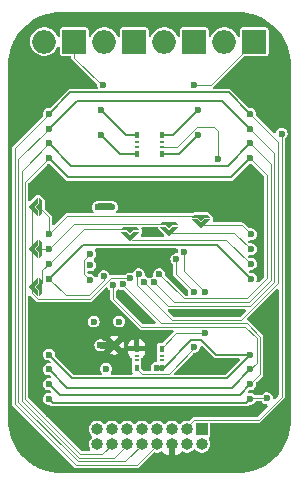
<source format=gbl>
G04 #@! TF.GenerationSoftware,KiCad,Pcbnew,8.0.1*
G04 #@! TF.CreationDate,2024-09-18T22:43:32-06:00*
G04 #@! TF.ProjectId,semg,73656d67-2e6b-4696-9361-645f70636258,rev?*
G04 #@! TF.SameCoordinates,Original*
G04 #@! TF.FileFunction,Copper,L4,Bot*
G04 #@! TF.FilePolarity,Positive*
%FSLAX46Y46*%
G04 Gerber Fmt 4.6, Leading zero omitted, Abs format (unit mm)*
G04 Created by KiCad (PCBNEW 8.0.1) date 2024-09-18 22:43:32*
%MOMM*%
%LPD*%
G01*
G04 APERTURE LIST*
G04 Aperture macros list*
%AMFreePoly0*
4,1,18,0.017678,0.267678,0.260356,0.025000,0.750000,0.025000,0.767678,0.017678,0.775000,0.000000,0.767678,-0.017678,0.517678,-0.267678,0.500000,-0.275000,-0.500000,-0.275000,-0.517678,-0.267678,-0.767678,-0.017678,-0.775000,0.000000,-0.767678,0.017678,-0.750000,0.025000,-0.260356,0.025000,-0.017678,0.267678,0.000000,0.275000,0.017678,0.267678,0.017678,0.267678,$1*%
%AMFreePoly1*
4,1,17,0.017678,0.287678,0.767678,-0.462322,0.775000,-0.480000,0.767678,-0.497678,0.750000,-0.505000,0.325000,-0.505000,0.307322,-0.497678,0.000000,-0.190356,-0.307322,-0.497678,-0.325000,-0.505000,-0.750000,-0.505000,-0.767678,-0.497678,-0.775000,-0.480000,-0.767678,-0.462322,-0.017678,0.287678,0.000000,0.295000,0.017678,0.287678,0.017678,0.287678,$1*%
G04 Aperture macros list end*
G04 #@! TA.AperFunction,EtchedComponent*
%ADD10C,0.000000*%
G04 #@! TD*
G04 #@! TA.AperFunction,ComponentPad*
%ADD11R,2.000000X2.000000*%
G04 #@! TD*
G04 #@! TA.AperFunction,ComponentPad*
%ADD12O,2.000000X2.000000*%
G04 #@! TD*
G04 #@! TA.AperFunction,ComponentPad*
%ADD13C,0.600000*%
G04 #@! TD*
G04 #@! TA.AperFunction,ComponentPad*
%ADD14R,1.000000X1.000000*%
G04 #@! TD*
G04 #@! TA.AperFunction,ComponentPad*
%ADD15O,1.000000X1.000000*%
G04 #@! TD*
G04 #@! TA.AperFunction,SMDPad,CuDef*
%ADD16FreePoly0,90.000000*%
G04 #@! TD*
G04 #@! TA.AperFunction,SMDPad,CuDef*
%ADD17FreePoly1,90.000000*%
G04 #@! TD*
G04 #@! TA.AperFunction,SMDPad,CuDef*
%ADD18FreePoly0,180.000000*%
G04 #@! TD*
G04 #@! TA.AperFunction,SMDPad,CuDef*
%ADD19FreePoly1,180.000000*%
G04 #@! TD*
G04 #@! TA.AperFunction,SMDPad,CuDef*
%ADD20R,0.380000X0.620000*%
G04 #@! TD*
G04 #@! TA.AperFunction,SMDPad,CuDef*
%ADD21R,0.380000X0.240000*%
G04 #@! TD*
G04 #@! TA.AperFunction,ViaPad*
%ADD22C,0.600000*%
G04 #@! TD*
G04 #@! TA.AperFunction,Conductor*
%ADD23C,0.100000*%
G04 #@! TD*
G04 #@! TA.AperFunction,Conductor*
%ADD24C,0.180000*%
G04 #@! TD*
G04 #@! TA.AperFunction,Conductor*
%ADD25C,0.200000*%
G04 #@! TD*
G04 APERTURE END LIST*
D10*
G04 #@! TA.AperFunction,EtchedComponent*
G36*
X63200000Y-31350000D02*
G01*
X62000000Y-31350000D01*
X62000000Y-30750000D01*
X63200000Y-30750000D01*
X63200000Y-31350000D01*
G37*
G04 #@! TD.AperFunction*
G04 #@! TA.AperFunction,EtchedComponent*
G36*
X63400000Y-43050000D02*
G01*
X62200000Y-43050000D01*
X62200000Y-42450000D01*
X63400000Y-42450000D01*
X63400000Y-43050000D01*
G37*
G04 #@! TD.AperFunction*
D11*
X75250000Y-17050000D03*
D12*
X72710000Y-17050000D03*
D11*
X70170000Y-17050000D03*
D12*
X67630000Y-17050000D03*
D11*
X65090000Y-17050000D03*
D12*
X62550000Y-17050000D03*
D11*
X60010000Y-17050000D03*
D12*
X57470000Y-17050000D03*
D13*
X63200000Y-31050000D03*
X62000000Y-31050000D03*
D14*
X70810000Y-49875000D03*
D15*
X70810000Y-51145000D03*
X69540000Y-49875000D03*
X69540000Y-51145000D03*
X68270000Y-49875000D03*
X68270000Y-51145000D03*
X67000000Y-49875000D03*
X67000000Y-51145000D03*
X65730000Y-49875000D03*
X65730000Y-51145000D03*
X64460000Y-49875000D03*
X64460000Y-51145000D03*
X63190000Y-49875000D03*
X63190000Y-51145000D03*
X61920000Y-49875000D03*
X61920000Y-51145000D03*
D13*
X63400000Y-42750000D03*
X62200000Y-42750000D03*
D16*
X57022500Y-34650000D03*
D17*
X56397500Y-34650000D03*
D18*
X64750000Y-33027500D03*
D19*
X64750000Y-33652500D03*
D20*
X65280000Y-44650000D03*
X67420000Y-44650000D03*
X65280000Y-43050000D03*
X67420000Y-43050000D03*
D21*
X65280000Y-44050000D03*
X67420000Y-44050000D03*
X65280000Y-43650000D03*
X67420000Y-43650000D03*
D20*
X65280000Y-26550000D03*
X67420000Y-26550000D03*
X65280000Y-24950000D03*
X67420000Y-24950000D03*
D21*
X65280000Y-25950000D03*
X67420000Y-25950000D03*
X65280000Y-25550000D03*
X67420000Y-25550000D03*
D18*
X68050000Y-32600000D03*
D19*
X68050000Y-33225000D03*
D16*
X57022500Y-31050000D03*
D17*
X56397500Y-31050000D03*
D18*
X70750000Y-31977500D03*
D19*
X70750000Y-32602500D03*
D16*
X57022500Y-37800000D03*
D17*
X56397500Y-37800000D03*
D22*
X74900000Y-47300000D03*
X76300000Y-47250000D03*
X57850000Y-47300000D03*
X61350000Y-37250000D03*
X61350000Y-35025000D03*
X76750000Y-41700000D03*
X76750000Y-50400000D03*
X57850000Y-48550000D03*
X65400000Y-40130000D03*
X76750000Y-21325000D03*
X56392881Y-41700000D03*
X62900000Y-36050000D03*
X74900000Y-48450000D03*
X56000000Y-50400000D03*
X66450000Y-33250000D03*
X62150000Y-29475000D03*
X57450000Y-28775000D03*
X69300000Y-39975000D03*
X75350000Y-28750000D03*
X70347195Y-43661708D03*
X56000000Y-21325000D03*
X67000000Y-44650000D03*
X57850000Y-43550000D03*
X74900000Y-43550000D03*
X62450000Y-20750000D03*
X70150000Y-20750000D03*
X74900000Y-23175000D03*
X57850000Y-23175000D03*
X65450000Y-36740000D03*
X64739256Y-37107217D03*
X74900000Y-24425000D03*
X57850000Y-24425000D03*
X65888687Y-37408998D03*
X66789081Y-37426403D03*
X57850000Y-25675000D03*
X74900000Y-25675000D03*
X57850000Y-44800000D03*
X74900000Y-44800000D03*
X63302031Y-37700000D03*
X64100000Y-37600000D03*
X74900000Y-46050000D03*
X57850000Y-46050000D03*
X70450000Y-22850000D03*
X62250000Y-22850000D03*
X70450000Y-24950000D03*
X62250000Y-24950000D03*
X70150000Y-38250000D03*
X70173483Y-42880793D03*
X68650000Y-35464579D03*
X71050000Y-38250000D03*
X71050000Y-41750000D03*
X69250000Y-34850000D03*
X74900000Y-26925000D03*
X67200000Y-36740000D03*
X57850000Y-26925000D03*
X62492303Y-36912319D03*
X74950000Y-37125000D03*
X57850000Y-37125000D03*
X62700000Y-44750000D03*
X63800000Y-40750000D03*
X61350000Y-35975000D03*
X61650000Y-40750000D03*
X57850000Y-33375000D03*
X57850000Y-34625000D03*
X57850000Y-35875000D03*
X77550000Y-24850000D03*
X72200001Y-26960000D03*
X74950000Y-35875000D03*
X74950000Y-33375000D03*
X74950000Y-34625000D03*
D23*
X62375000Y-52000000D02*
X63280000Y-51095000D01*
X60522182Y-52000000D02*
X62375000Y-52000000D01*
X55842881Y-47320699D02*
X60522182Y-52000000D01*
X55842881Y-28932119D02*
X55842881Y-47320699D01*
X57850000Y-26925000D02*
X55842881Y-28932119D01*
X63345000Y-52300000D02*
X64550000Y-51095000D01*
X60397918Y-52300000D02*
X63345000Y-52300000D01*
X55542881Y-27982119D02*
X55542881Y-47444963D01*
X55542881Y-47444963D02*
X60397918Y-52300000D01*
X57850000Y-25675000D02*
X55542881Y-27982119D01*
X55242881Y-47569227D02*
X60273654Y-52600000D01*
X55242881Y-27032119D02*
X55242881Y-47569227D01*
X57850000Y-24425000D02*
X55242881Y-27032119D01*
X60273654Y-52600000D02*
X64315000Y-52600000D01*
X64315000Y-52600000D02*
X65820000Y-51095000D01*
X65285000Y-52900000D02*
X67090000Y-51095000D01*
X60149390Y-52900000D02*
X65285000Y-52900000D01*
X54942881Y-47693491D02*
X60149390Y-52900000D01*
X54942881Y-26082119D02*
X54942881Y-47693491D01*
X57850000Y-23175000D02*
X54942881Y-26082119D01*
X74950000Y-47250000D02*
X74900000Y-47300000D01*
D24*
X58200000Y-47650000D02*
X74550000Y-47650000D01*
X57850000Y-47300000D02*
X58200000Y-47650000D01*
X74550000Y-47650000D02*
X74900000Y-47300000D01*
D23*
X76300000Y-47250000D02*
X74950000Y-47250000D01*
X61350000Y-35025000D02*
X60800000Y-35575000D01*
X60800000Y-35575000D02*
X60800000Y-36700000D01*
X60800000Y-36700000D02*
X61350000Y-37250000D01*
D25*
X68360000Y-51095000D02*
X68360000Y-52460000D01*
X68360000Y-52460000D02*
X68600000Y-52700000D01*
D24*
X57850000Y-48550000D02*
X74800000Y-48550000D01*
X74800000Y-48550000D02*
X74900000Y-48450000D01*
X70756406Y-42290793D02*
X69919207Y-42290793D01*
X72900000Y-45550000D02*
X74900000Y-43550000D01*
X74900000Y-43550000D02*
X72015613Y-43550000D01*
X72015613Y-43550000D02*
X70756406Y-42290793D01*
X57850000Y-43550000D02*
X59850000Y-45550000D01*
X67560000Y-44650000D02*
X67420000Y-44650000D01*
X69919207Y-42290793D02*
X67560000Y-44650000D01*
X59850000Y-45550000D02*
X72900000Y-45550000D01*
D23*
X62350000Y-20750000D02*
X60010000Y-18410000D01*
X60010000Y-18410000D02*
X60010000Y-17050000D01*
X62450000Y-20750000D02*
X62350000Y-20750000D01*
X70150000Y-20750000D02*
X71550000Y-20750000D01*
X71550000Y-20750000D02*
X75250000Y-17050000D01*
X65450000Y-36740000D02*
X65338687Y-36851313D01*
D24*
X59675000Y-21350000D02*
X73075000Y-21350000D01*
X73075000Y-21350000D02*
X74900000Y-23175000D01*
D23*
X74148528Y-40600000D02*
X77250000Y-37498528D01*
X65338687Y-36851313D02*
X65338687Y-37636816D01*
X77250000Y-25525000D02*
X74900000Y-23175000D01*
X65338687Y-37636816D02*
X68301871Y-40600000D01*
X68301871Y-40600000D02*
X74148528Y-40600000D01*
X77250000Y-37498528D02*
X77250000Y-25525000D01*
D24*
X57850000Y-23175000D02*
X59675000Y-21350000D01*
D23*
X56397500Y-34650000D02*
X56397500Y-37800000D01*
D24*
X56400000Y-37802500D02*
X56397500Y-37800000D01*
D23*
X64682039Y-37050000D02*
X64739256Y-37107217D01*
X56904607Y-38834619D02*
X61365381Y-38834619D01*
X56397500Y-31050000D02*
X56397500Y-34650000D01*
D24*
X64739256Y-37107217D02*
X64642039Y-37010000D01*
D23*
X63150000Y-37050000D02*
X64682039Y-37050000D01*
X56397500Y-38327512D02*
X56904607Y-38834619D01*
X56397500Y-37800000D02*
X56397500Y-38327512D01*
X61365381Y-38834619D02*
X63150000Y-37050000D01*
D24*
X72525000Y-22050000D02*
X74900000Y-24425000D01*
D23*
X74899264Y-39425000D02*
X76950000Y-37374264D01*
X76950000Y-26475000D02*
X74900000Y-24425000D01*
X76950000Y-37374264D02*
X76950000Y-26475000D01*
X65888687Y-37408998D02*
X67904689Y-39425000D01*
X67904689Y-39425000D02*
X74899264Y-39425000D01*
D24*
X60225000Y-22050000D02*
X72525000Y-22050000D01*
X57850000Y-24425000D02*
X60225000Y-22050000D01*
D23*
X74800000Y-39100000D02*
X76650000Y-37250000D01*
X76650000Y-27425000D02*
X74900000Y-25675000D01*
D24*
X73025000Y-27550000D02*
X74900000Y-25675000D01*
D23*
X76650000Y-37250000D02*
X76650000Y-27425000D01*
X68462678Y-39100000D02*
X74800000Y-39100000D01*
D24*
X57850000Y-25675000D02*
X59725000Y-27550000D01*
D23*
X66789081Y-37426403D02*
X68462678Y-39100000D01*
D24*
X59725000Y-27550000D02*
X73025000Y-27550000D01*
D23*
X63302031Y-38809849D02*
X65692182Y-41200000D01*
D24*
X59400000Y-46350000D02*
X73350000Y-46350000D01*
X57850000Y-44800000D02*
X59400000Y-46350000D01*
D23*
X75450000Y-42174264D02*
X75450000Y-44250000D01*
X63302031Y-37700000D02*
X63302031Y-38809849D01*
X74475736Y-41200000D02*
X75450000Y-42174264D01*
X75450000Y-44250000D02*
X74900000Y-44800000D01*
D24*
X73350000Y-46350000D02*
X74900000Y-44800000D01*
D23*
X65692182Y-41200000D02*
X74475736Y-41200000D01*
D24*
X74000000Y-46950000D02*
X74900000Y-46050000D01*
D23*
X64100000Y-37636847D02*
X67363153Y-40900000D01*
X75750000Y-45200000D02*
X74900000Y-46050000D01*
X67363153Y-40900000D02*
X74600000Y-40900000D01*
D24*
X58750000Y-46950000D02*
X74000000Y-46950000D01*
D23*
X64100000Y-37600000D02*
X64100000Y-37636847D01*
X75750000Y-42050000D02*
X75750000Y-45200000D01*
D24*
X57850000Y-46050000D02*
X58750000Y-46950000D01*
D23*
X74600000Y-40900000D02*
X75750000Y-42050000D01*
D24*
X70450000Y-22850000D02*
X68350000Y-24950000D01*
X68350000Y-24950000D02*
X67420000Y-24950000D01*
X64350000Y-24950000D02*
X65280000Y-24950000D01*
X62250000Y-22850000D02*
X64350000Y-24950000D01*
X70450000Y-24950000D02*
X68850000Y-26550000D01*
X68850000Y-26550000D02*
X67420000Y-26550000D01*
X62250000Y-24950000D02*
X63850000Y-26550000D01*
X63850000Y-26550000D02*
X65280000Y-26550000D01*
D23*
X67990000Y-45210000D02*
X65770000Y-45210000D01*
X70173483Y-42880793D02*
X70173483Y-43026517D01*
X68650000Y-35464579D02*
X68650000Y-36750000D01*
X70173483Y-43026517D02*
X67990000Y-45210000D01*
X65770000Y-45210000D02*
X65210000Y-44650000D01*
X68650000Y-36750000D02*
X70150000Y-38250000D01*
X71050000Y-41750000D02*
X68650000Y-41750000D01*
X69250000Y-34850000D02*
X69250000Y-36450000D01*
X68650000Y-41750000D02*
X67350000Y-43050000D01*
X69250000Y-36450000D02*
X71050000Y-38250000D01*
D24*
X73275000Y-28550000D02*
X74900000Y-26925000D01*
D23*
X76350000Y-37050000D02*
X76350000Y-28375000D01*
D24*
X59475000Y-28550000D02*
X73275000Y-28550000D01*
D23*
X76350000Y-28375000D02*
X74900000Y-26925000D01*
X67200000Y-36740000D02*
X69260000Y-38800000D01*
D24*
X57850000Y-26925000D02*
X59475000Y-28550000D01*
D23*
X69260000Y-38800000D02*
X74600000Y-38800000D01*
X74600000Y-38800000D02*
X76350000Y-37050000D01*
X59259619Y-38534619D02*
X57850000Y-37125000D01*
X62492303Y-36912319D02*
X62492303Y-37264644D01*
X61222328Y-38534619D02*
X59259619Y-38534619D01*
D24*
X72085000Y-34260000D02*
X74950000Y-37125000D01*
X57850000Y-37125000D02*
X60715000Y-34260000D01*
X60715000Y-34260000D02*
X72085000Y-34260000D01*
D23*
X62492303Y-37264644D02*
X61222328Y-38534619D01*
X57850000Y-31877500D02*
X57022500Y-31050000D01*
X59387500Y-31837500D02*
X70610000Y-31837500D01*
X57850000Y-33375000D02*
X59387500Y-31837500D01*
X57850000Y-33375000D02*
X57850000Y-31877500D01*
X70610000Y-31837500D02*
X70750000Y-31977500D01*
X57850000Y-34625000D02*
X57047500Y-34625000D01*
X67910000Y-32460000D02*
X68050000Y-32600000D01*
X57047500Y-34625000D02*
X57022500Y-34650000D01*
X60015000Y-32460000D02*
X67910000Y-32460000D01*
X57850000Y-34625000D02*
X60015000Y-32460000D01*
X60837500Y-32887500D02*
X64610000Y-32887500D01*
X57300000Y-36425000D02*
X57300000Y-37522500D01*
X57300000Y-37522500D02*
X57022500Y-37800000D01*
X57850000Y-35875000D02*
X60837500Y-32887500D01*
X57850000Y-35875000D02*
X57300000Y-36425000D01*
X64610000Y-32887500D02*
X64750000Y-33027500D01*
X72200001Y-26960000D02*
X72200001Y-24650001D01*
X72200001Y-24650001D02*
X71800000Y-24250000D01*
X70175000Y-49050000D02*
X69630000Y-49595000D01*
X77550000Y-47100000D02*
X75600000Y-49050000D01*
X70372182Y-24250000D02*
X71800000Y-24250000D01*
X77550000Y-24850000D02*
X77550000Y-47100000D01*
X68672182Y-25950000D02*
X70372182Y-24250000D01*
X69630000Y-49595000D02*
X69630000Y-49825000D01*
X75600000Y-49050000D02*
X70175000Y-49050000D01*
X67420000Y-25950000D02*
X68672182Y-25950000D01*
X72887249Y-33812249D02*
X74950000Y-35875000D01*
X64750000Y-33652500D02*
X64909749Y-33812249D01*
X64909749Y-33812249D02*
X72887249Y-33812249D01*
X70750000Y-32602500D02*
X74177500Y-32602500D01*
X74177500Y-32602500D02*
X74950000Y-33375000D01*
X73550000Y-33225000D02*
X74950000Y-34625000D01*
X68050000Y-33225000D02*
X73550000Y-33225000D01*
G04 #@! TA.AperFunction,Conductor*
G36*
X62788657Y-37868115D02*
G01*
X62844591Y-37909986D01*
X62858118Y-37932786D01*
X62876651Y-37973369D01*
X62876654Y-37973373D01*
X62970903Y-38082143D01*
X62994571Y-38097353D01*
X63040324Y-38150155D01*
X63051531Y-38201668D01*
X63051531Y-38760021D01*
X63051531Y-38859677D01*
X63089667Y-38951746D01*
X65479818Y-41341897D01*
X65550285Y-41412364D01*
X65642354Y-41450500D01*
X68295877Y-41450500D01*
X68362916Y-41470185D01*
X68408671Y-41522989D01*
X68418615Y-41592147D01*
X68389590Y-41655703D01*
X68383558Y-41662181D01*
X67542558Y-42503181D01*
X67481235Y-42536666D01*
X67454877Y-42539500D01*
X67210247Y-42539500D01*
X67151770Y-42551131D01*
X67151769Y-42551132D01*
X67085447Y-42595447D01*
X67041132Y-42661769D01*
X67041131Y-42661770D01*
X67029500Y-42720247D01*
X67029500Y-42720252D01*
X67029500Y-43379748D01*
X67029500Y-43379750D01*
X67029499Y-43379750D01*
X67037667Y-43420808D01*
X67037667Y-43469192D01*
X67029500Y-43510249D01*
X67029500Y-43510252D01*
X67029500Y-43789748D01*
X67033238Y-43808542D01*
X67036673Y-43825810D01*
X67036673Y-43874190D01*
X67029500Y-43910252D01*
X67029500Y-44027465D01*
X67009815Y-44094504D01*
X66957011Y-44140259D01*
X66936350Y-44146326D01*
X66936548Y-44147001D01*
X66789949Y-44190045D01*
X66668873Y-44267856D01*
X66668872Y-44267856D01*
X66668872Y-44267857D01*
X66659050Y-44279192D01*
X66574623Y-44376626D01*
X66574622Y-44376628D01*
X66514834Y-44507543D01*
X66494353Y-44650000D01*
X66514834Y-44792457D01*
X66517215Y-44800562D01*
X66517217Y-44870431D01*
X66479444Y-44929211D01*
X66415890Y-44958237D01*
X66398239Y-44959500D01*
X65925122Y-44959500D01*
X65858083Y-44939815D01*
X65837446Y-44923185D01*
X65706817Y-44792556D01*
X65673334Y-44731235D01*
X65670500Y-44704877D01*
X65670500Y-44320249D01*
X65662333Y-44279192D01*
X65662333Y-44230808D01*
X65670500Y-44189750D01*
X65670500Y-43910254D01*
X65670400Y-43909240D01*
X65670500Y-43908712D01*
X65670500Y-43904160D01*
X65671363Y-43904160D01*
X65683414Y-43840594D01*
X65719491Y-43797811D01*
X65827190Y-43717186D01*
X65913350Y-43602093D01*
X65913354Y-43602086D01*
X65963596Y-43467379D01*
X65963598Y-43467372D01*
X65969999Y-43407844D01*
X65970000Y-43407827D01*
X65970000Y-43240000D01*
X64590000Y-43240000D01*
X64590000Y-43407844D01*
X64596401Y-43467372D01*
X64596403Y-43467379D01*
X64646645Y-43602086D01*
X64646649Y-43602093D01*
X64732809Y-43717187D01*
X64732812Y-43717190D01*
X64840508Y-43797812D01*
X64882379Y-43853746D01*
X64888942Y-43904160D01*
X64889500Y-43904160D01*
X64889500Y-43908447D01*
X64889601Y-43909223D01*
X64889500Y-43910249D01*
X64889500Y-43910252D01*
X64889500Y-44189748D01*
X64889500Y-44189750D01*
X64889499Y-44189750D01*
X64897667Y-44230808D01*
X64897667Y-44279192D01*
X64889500Y-44320249D01*
X64889500Y-44979752D01*
X64901131Y-45038229D01*
X64901132Y-45038231D01*
X64920094Y-45066608D01*
X64940973Y-45133285D01*
X64922489Y-45200665D01*
X64870511Y-45247356D01*
X64816993Y-45259500D01*
X63192294Y-45259500D01*
X63125255Y-45239815D01*
X63079500Y-45187011D01*
X63069556Y-45117853D01*
X63098581Y-45054297D01*
X63125377Y-45023373D01*
X63185165Y-44892457D01*
X63205647Y-44750000D01*
X63185165Y-44607543D01*
X63125377Y-44476627D01*
X63031128Y-44367857D01*
X62910053Y-44290047D01*
X62910051Y-44290046D01*
X62910049Y-44290045D01*
X62910050Y-44290045D01*
X62771963Y-44249500D01*
X62771961Y-44249500D01*
X62628039Y-44249500D01*
X62628036Y-44249500D01*
X62489949Y-44290045D01*
X62368873Y-44367856D01*
X62274623Y-44476626D01*
X62274622Y-44476628D01*
X62214834Y-44607543D01*
X62194353Y-44750000D01*
X62214834Y-44892456D01*
X62274622Y-45023371D01*
X62274623Y-45023373D01*
X62301419Y-45054297D01*
X62330444Y-45117853D01*
X62320500Y-45187011D01*
X62274745Y-45239815D01*
X62207706Y-45259500D01*
X60021691Y-45259500D01*
X59954652Y-45239815D01*
X59934010Y-45223181D01*
X58387618Y-43676789D01*
X58354133Y-43615466D01*
X58352561Y-43571462D01*
X58355647Y-43550000D01*
X58343665Y-43466661D01*
X63036892Y-43466661D01*
X63050692Y-43475333D01*
X63050691Y-43475333D01*
X63220861Y-43534878D01*
X63399997Y-43555062D01*
X63400003Y-43555062D01*
X63579138Y-43534878D01*
X63579141Y-43534877D01*
X63749305Y-43475334D01*
X63749306Y-43475334D01*
X63763106Y-43466661D01*
X63763106Y-43466660D01*
X63400001Y-43103553D01*
X63400000Y-43103553D01*
X63036892Y-43466660D01*
X63036892Y-43466661D01*
X58343665Y-43466661D01*
X58335165Y-43407543D01*
X58275377Y-43276627D01*
X58181128Y-43167857D01*
X58060053Y-43090047D01*
X58060051Y-43090046D01*
X58060049Y-43090045D01*
X58060050Y-43090045D01*
X57921963Y-43049500D01*
X57921961Y-43049500D01*
X57778039Y-43049500D01*
X57778036Y-43049500D01*
X57639949Y-43090045D01*
X57518873Y-43167856D01*
X57424623Y-43276626D01*
X57424622Y-43276628D01*
X57364834Y-43407543D01*
X57344353Y-43550000D01*
X57364834Y-43692456D01*
X57423403Y-43820702D01*
X57424623Y-43823373D01*
X57518872Y-43932143D01*
X57639947Y-44009953D01*
X57639950Y-44009954D01*
X57639949Y-44009954D01*
X57778036Y-44050499D01*
X57778038Y-44050500D01*
X57888309Y-44050500D01*
X57955348Y-44070185D01*
X57975990Y-44086819D01*
X57976990Y-44087819D01*
X58010475Y-44149142D01*
X58005491Y-44218834D01*
X57963619Y-44274767D01*
X57898155Y-44299184D01*
X57889309Y-44299500D01*
X57778036Y-44299500D01*
X57639949Y-44340045D01*
X57518873Y-44417856D01*
X57424623Y-44526626D01*
X57424622Y-44526628D01*
X57364834Y-44657543D01*
X57344353Y-44800000D01*
X57364834Y-44942456D01*
X57408573Y-45038229D01*
X57424623Y-45073373D01*
X57518872Y-45182143D01*
X57639947Y-45259953D01*
X57639950Y-45259954D01*
X57639949Y-45259954D01*
X57778036Y-45300499D01*
X57778038Y-45300500D01*
X57888309Y-45300500D01*
X57955348Y-45320185D01*
X57975990Y-45336819D01*
X57976990Y-45337819D01*
X58010475Y-45399142D01*
X58005491Y-45468834D01*
X57963619Y-45524767D01*
X57898155Y-45549184D01*
X57889309Y-45549500D01*
X57778036Y-45549500D01*
X57639949Y-45590045D01*
X57518873Y-45667856D01*
X57424623Y-45776626D01*
X57424622Y-45776628D01*
X57364834Y-45907543D01*
X57344353Y-46050000D01*
X57364834Y-46192456D01*
X57424622Y-46323371D01*
X57424623Y-46323373D01*
X57518872Y-46432143D01*
X57639947Y-46509953D01*
X57639950Y-46509954D01*
X57639949Y-46509954D01*
X57778036Y-46550499D01*
X57778038Y-46550500D01*
X57888309Y-46550500D01*
X57955348Y-46570185D01*
X57975990Y-46586819D01*
X57976990Y-46587819D01*
X58010475Y-46649142D01*
X58005491Y-46718834D01*
X57963619Y-46774767D01*
X57898155Y-46799184D01*
X57889309Y-46799500D01*
X57778036Y-46799500D01*
X57639949Y-46840045D01*
X57518873Y-46917856D01*
X57424623Y-47026626D01*
X57424622Y-47026628D01*
X57364834Y-47157543D01*
X57344353Y-47300000D01*
X57364834Y-47442456D01*
X57421216Y-47565913D01*
X57424623Y-47573373D01*
X57518872Y-47682143D01*
X57639947Y-47759953D01*
X57639950Y-47759954D01*
X57639949Y-47759954D01*
X57778036Y-47800499D01*
X57778038Y-47800500D01*
X57888309Y-47800500D01*
X57955348Y-47820185D01*
X57975990Y-47836819D01*
X58021629Y-47882458D01*
X58087871Y-47920703D01*
X58161755Y-47940500D01*
X58161757Y-47940500D01*
X74588243Y-47940500D01*
X74588245Y-47940500D01*
X74662129Y-47920703D01*
X74728371Y-47882458D01*
X74728374Y-47882455D01*
X74774009Y-47836820D01*
X74835332Y-47803334D01*
X74861691Y-47800500D01*
X74971962Y-47800500D01*
X74971962Y-47800499D01*
X75110053Y-47759953D01*
X75231128Y-47682143D01*
X75325377Y-47573373D01*
X75325553Y-47572986D01*
X75325831Y-47572665D01*
X75330171Y-47565913D01*
X75331142Y-47566537D01*
X75371309Y-47520184D01*
X75438347Y-47500500D01*
X75798174Y-47500500D01*
X75865213Y-47520185D01*
X75891887Y-47543297D01*
X75968872Y-47632143D01*
X76089947Y-47709953D01*
X76089950Y-47709954D01*
X76089949Y-47709954D01*
X76197107Y-47741417D01*
X76203582Y-47743319D01*
X76228036Y-47750499D01*
X76228038Y-47750500D01*
X76245877Y-47750500D01*
X76312916Y-47770185D01*
X76358671Y-47822989D01*
X76368615Y-47892147D01*
X76339590Y-47955703D01*
X76333558Y-47962181D01*
X75532558Y-48763181D01*
X75471235Y-48796666D01*
X75444877Y-48799500D01*
X70125170Y-48799500D01*
X70033103Y-48837636D01*
X69731223Y-49139515D01*
X69669900Y-49172999D01*
X69628606Y-49174930D01*
X69625062Y-49174500D01*
X69625056Y-49174500D01*
X69454944Y-49174500D01*
X69289773Y-49215210D01*
X69139150Y-49294263D01*
X69011815Y-49407072D01*
X69007049Y-49413978D01*
X68952766Y-49457968D01*
X68883317Y-49465627D01*
X68820753Y-49434523D01*
X68802951Y-49413978D01*
X68798184Y-49407072D01*
X68670849Y-49294263D01*
X68520226Y-49215210D01*
X68355056Y-49174500D01*
X68184944Y-49174500D01*
X68019773Y-49215210D01*
X67869150Y-49294263D01*
X67741815Y-49407072D01*
X67737049Y-49413978D01*
X67682766Y-49457968D01*
X67613317Y-49465627D01*
X67550753Y-49434523D01*
X67532951Y-49413978D01*
X67528184Y-49407072D01*
X67400849Y-49294263D01*
X67250226Y-49215210D01*
X67085056Y-49174500D01*
X66914944Y-49174500D01*
X66749773Y-49215210D01*
X66599150Y-49294263D01*
X66471815Y-49407072D01*
X66467049Y-49413978D01*
X66412766Y-49457968D01*
X66343317Y-49465627D01*
X66280753Y-49434523D01*
X66262951Y-49413978D01*
X66258184Y-49407072D01*
X66130849Y-49294263D01*
X65980226Y-49215210D01*
X65815056Y-49174500D01*
X65644944Y-49174500D01*
X65479773Y-49215210D01*
X65329150Y-49294263D01*
X65201815Y-49407072D01*
X65197049Y-49413978D01*
X65142766Y-49457968D01*
X65073317Y-49465627D01*
X65010753Y-49434523D01*
X64992951Y-49413978D01*
X64988184Y-49407072D01*
X64860849Y-49294263D01*
X64710226Y-49215210D01*
X64545056Y-49174500D01*
X64374944Y-49174500D01*
X64209773Y-49215210D01*
X64059150Y-49294263D01*
X63931815Y-49407072D01*
X63927049Y-49413978D01*
X63872766Y-49457968D01*
X63803317Y-49465627D01*
X63740753Y-49434523D01*
X63722951Y-49413978D01*
X63718184Y-49407072D01*
X63590849Y-49294263D01*
X63440226Y-49215210D01*
X63275056Y-49174500D01*
X63104944Y-49174500D01*
X62939773Y-49215210D01*
X62789150Y-49294263D01*
X62661815Y-49407072D01*
X62657049Y-49413978D01*
X62602766Y-49457968D01*
X62533317Y-49465627D01*
X62470753Y-49434523D01*
X62452951Y-49413978D01*
X62448184Y-49407072D01*
X62320849Y-49294263D01*
X62170226Y-49215210D01*
X62005056Y-49174500D01*
X61834944Y-49174500D01*
X61669773Y-49215210D01*
X61519150Y-49294263D01*
X61391816Y-49407072D01*
X61295182Y-49547068D01*
X61234860Y-49706125D01*
X61234859Y-49706130D01*
X61214355Y-49875000D01*
X61234859Y-50043869D01*
X61234860Y-50043874D01*
X61295182Y-50202931D01*
X61391818Y-50342930D01*
X61475634Y-50417185D01*
X61512761Y-50476374D01*
X61511993Y-50546240D01*
X61475634Y-50602815D01*
X61391818Y-50677069D01*
X61295182Y-50817068D01*
X61234860Y-50976125D01*
X61234859Y-50976130D01*
X61214355Y-51145000D01*
X61234859Y-51313869D01*
X61234860Y-51313874D01*
X61294071Y-51470000D01*
X61295182Y-51472930D01*
X61351873Y-51555061D01*
X61373756Y-51621414D01*
X61356291Y-51689065D01*
X61305024Y-51736536D01*
X61249823Y-51749500D01*
X60677304Y-51749500D01*
X60610265Y-51729815D01*
X60589623Y-51713181D01*
X56129700Y-47253257D01*
X56096215Y-47191934D01*
X56093381Y-47165576D01*
X56093381Y-42750000D01*
X61694353Y-42750000D01*
X61714834Y-42892456D01*
X61738336Y-42943917D01*
X61774623Y-43023373D01*
X61868872Y-43132143D01*
X61989947Y-43209953D01*
X61989950Y-43209954D01*
X61989949Y-43209954D01*
X62128036Y-43250499D01*
X62128038Y-43250500D01*
X62128039Y-43250500D01*
X62271962Y-43250500D01*
X62271962Y-43250499D01*
X62410053Y-43209953D01*
X62531128Y-43132143D01*
X62531128Y-43132142D01*
X62538589Y-43127348D01*
X62539884Y-43129364D01*
X62591696Y-43105697D01*
X62623564Y-43110275D01*
X62623999Y-43106422D01*
X62683338Y-43113107D01*
X63016609Y-42779837D01*
X63250000Y-42779837D01*
X63272836Y-42834968D01*
X63315032Y-42877164D01*
X63370163Y-42900000D01*
X63429837Y-42900000D01*
X63484968Y-42877164D01*
X63527164Y-42834968D01*
X63550000Y-42779837D01*
X63550000Y-42750000D01*
X63753553Y-42750000D01*
X64116660Y-43113106D01*
X64116661Y-43113106D01*
X64125334Y-43099306D01*
X64125334Y-43099305D01*
X64184877Y-42929141D01*
X64184878Y-42929138D01*
X64192668Y-42860000D01*
X64590000Y-42860000D01*
X65090000Y-42860000D01*
X65090000Y-42240000D01*
X65470000Y-42240000D01*
X65470000Y-42860000D01*
X65970000Y-42860000D01*
X65970000Y-42692172D01*
X65969999Y-42692155D01*
X65963598Y-42632627D01*
X65963596Y-42632620D01*
X65913354Y-42497913D01*
X65913350Y-42497906D01*
X65827190Y-42382812D01*
X65827187Y-42382809D01*
X65712093Y-42296649D01*
X65712086Y-42296645D01*
X65577379Y-42246403D01*
X65577372Y-42246401D01*
X65517844Y-42240000D01*
X65470000Y-42240000D01*
X65090000Y-42240000D01*
X65042155Y-42240000D01*
X64982627Y-42246401D01*
X64982620Y-42246403D01*
X64847913Y-42296645D01*
X64847906Y-42296649D01*
X64732812Y-42382809D01*
X64732809Y-42382812D01*
X64646649Y-42497906D01*
X64646645Y-42497913D01*
X64596403Y-42632620D01*
X64596401Y-42632627D01*
X64590000Y-42692155D01*
X64590000Y-42860000D01*
X64192668Y-42860000D01*
X64205062Y-42750002D01*
X64205062Y-42749997D01*
X64184878Y-42570861D01*
X64125333Y-42400692D01*
X64116661Y-42386892D01*
X64116660Y-42386892D01*
X63753553Y-42750000D01*
X63550000Y-42750000D01*
X63550000Y-42720163D01*
X63527164Y-42665032D01*
X63484968Y-42622836D01*
X63429837Y-42600000D01*
X63370163Y-42600000D01*
X63315032Y-42622836D01*
X63272836Y-42665032D01*
X63250000Y-42720163D01*
X63250000Y-42779837D01*
X63016609Y-42779837D01*
X63046446Y-42750000D01*
X63046446Y-42749999D01*
X62683338Y-42386891D01*
X62623997Y-42393578D01*
X62623566Y-42389755D01*
X62592917Y-42394471D01*
X62539762Y-42370825D01*
X62538589Y-42372652D01*
X62471267Y-42329387D01*
X62410053Y-42290047D01*
X62410051Y-42290046D01*
X62410049Y-42290045D01*
X62410050Y-42290045D01*
X62271963Y-42249500D01*
X62271961Y-42249500D01*
X62128039Y-42249500D01*
X62128036Y-42249500D01*
X61989949Y-42290045D01*
X61868873Y-42367856D01*
X61774623Y-42476626D01*
X61774622Y-42476628D01*
X61714834Y-42607543D01*
X61694353Y-42750000D01*
X56093381Y-42750000D01*
X56093381Y-42033338D01*
X63036891Y-42033338D01*
X63400000Y-42396446D01*
X63400001Y-42396446D01*
X63763107Y-42033338D01*
X63749304Y-42024665D01*
X63579138Y-41965121D01*
X63400003Y-41944938D01*
X63399997Y-41944938D01*
X63220861Y-41965121D01*
X63220858Y-41965122D01*
X63050701Y-42024662D01*
X63050691Y-42024667D01*
X63036891Y-42033337D01*
X63036891Y-42033338D01*
X56093381Y-42033338D01*
X56093381Y-40750000D01*
X61144353Y-40750000D01*
X61164834Y-40892456D01*
X61190886Y-40949500D01*
X61224623Y-41023373D01*
X61318872Y-41132143D01*
X61439947Y-41209953D01*
X61439950Y-41209954D01*
X61439949Y-41209954D01*
X61578036Y-41250499D01*
X61578038Y-41250500D01*
X61578039Y-41250500D01*
X61721962Y-41250500D01*
X61721962Y-41250499D01*
X61860053Y-41209953D01*
X61981128Y-41132143D01*
X62075377Y-41023373D01*
X62135165Y-40892457D01*
X62155647Y-40750000D01*
X63294353Y-40750000D01*
X63314834Y-40892456D01*
X63340886Y-40949500D01*
X63374623Y-41023373D01*
X63468872Y-41132143D01*
X63589947Y-41209953D01*
X63589950Y-41209954D01*
X63589949Y-41209954D01*
X63728036Y-41250499D01*
X63728038Y-41250500D01*
X63728039Y-41250500D01*
X63871962Y-41250500D01*
X63871962Y-41250499D01*
X64010053Y-41209953D01*
X64131128Y-41132143D01*
X64225377Y-41023373D01*
X64285165Y-40892457D01*
X64305647Y-40750000D01*
X64285165Y-40607543D01*
X64225377Y-40476627D01*
X64131128Y-40367857D01*
X64010053Y-40290047D01*
X64010051Y-40290046D01*
X64010049Y-40290045D01*
X64010050Y-40290045D01*
X63871963Y-40249500D01*
X63871961Y-40249500D01*
X63728039Y-40249500D01*
X63728036Y-40249500D01*
X63589949Y-40290045D01*
X63468873Y-40367856D01*
X63374623Y-40476626D01*
X63374622Y-40476628D01*
X63314834Y-40607543D01*
X63294353Y-40750000D01*
X62155647Y-40750000D01*
X62135165Y-40607543D01*
X62075377Y-40476627D01*
X61981128Y-40367857D01*
X61860053Y-40290047D01*
X61860051Y-40290046D01*
X61860049Y-40290045D01*
X61860050Y-40290045D01*
X61721963Y-40249500D01*
X61721961Y-40249500D01*
X61578039Y-40249500D01*
X61578036Y-40249500D01*
X61439949Y-40290045D01*
X61318873Y-40367856D01*
X61224623Y-40476626D01*
X61224622Y-40476628D01*
X61164834Y-40607543D01*
X61144353Y-40750000D01*
X56093381Y-40750000D01*
X56093381Y-38677015D01*
X56113066Y-38609976D01*
X56165870Y-38564221D01*
X56235028Y-38554277D01*
X56298584Y-38583302D01*
X56305050Y-38589323D01*
X56458135Y-38742407D01*
X56685172Y-38969444D01*
X56685175Y-38969448D01*
X56692243Y-38976516D01*
X56762710Y-39046983D01*
X56794976Y-39060347D01*
X56794978Y-39060349D01*
X56794979Y-39060349D01*
X56854780Y-39085120D01*
X56854781Y-39085120D01*
X56968869Y-39085120D01*
X56968877Y-39085119D01*
X61415207Y-39085119D01*
X61415209Y-39085119D01*
X61507278Y-39046983D01*
X62657645Y-37896614D01*
X62718966Y-37863131D01*
X62788657Y-37868115D01*
G37*
G04 #@! TD.AperFunction*
G04 #@! TA.AperFunction,Conductor*
G36*
X77218834Y-37986468D02*
G01*
X77274767Y-38028340D01*
X77299184Y-38093804D01*
X77299500Y-38102650D01*
X77299500Y-46944877D01*
X77279815Y-47011916D01*
X77263181Y-47032558D01*
X77010992Y-47284746D01*
X76949669Y-47318231D01*
X76879977Y-47313247D01*
X76824044Y-47271375D01*
X76800573Y-47214711D01*
X76791244Y-47149828D01*
X76785165Y-47107543D01*
X76725377Y-46976627D01*
X76631128Y-46867857D01*
X76510053Y-46790047D01*
X76510051Y-46790046D01*
X76510049Y-46790045D01*
X76510050Y-46790045D01*
X76371963Y-46749500D01*
X76371961Y-46749500D01*
X76228039Y-46749500D01*
X76228036Y-46749500D01*
X76089949Y-46790045D01*
X75968873Y-46867856D01*
X75891887Y-46956703D01*
X75833109Y-46994477D01*
X75798174Y-46999500D01*
X75358501Y-46999500D01*
X75291462Y-46979815D01*
X75264788Y-46956703D01*
X75231128Y-46917857D01*
X75110053Y-46840047D01*
X75110051Y-46840046D01*
X75110049Y-46840045D01*
X75110050Y-46840045D01*
X74971963Y-46799500D01*
X74971961Y-46799500D01*
X74860690Y-46799500D01*
X74793651Y-46779815D01*
X74747896Y-46727011D01*
X74737952Y-46657853D01*
X74766977Y-46594297D01*
X74773009Y-46587819D01*
X74774009Y-46586819D01*
X74835332Y-46553334D01*
X74861690Y-46550500D01*
X74971962Y-46550500D01*
X74971962Y-46550499D01*
X75110053Y-46509953D01*
X75231128Y-46432143D01*
X75325377Y-46323373D01*
X75385165Y-46192457D01*
X75405647Y-46050000D01*
X75395450Y-45979079D01*
X75405394Y-45909922D01*
X75430504Y-45873754D01*
X75874455Y-45429803D01*
X75874458Y-45429802D01*
X75891896Y-45412364D01*
X75891897Y-45412364D01*
X75962364Y-45341897D01*
X75988294Y-45279297D01*
X76000501Y-45249827D01*
X76000501Y-45150172D01*
X76000501Y-45140183D01*
X76000500Y-45140169D01*
X76000500Y-42114270D01*
X76000501Y-42114261D01*
X76000501Y-42000174D01*
X76000500Y-42000170D01*
X75962364Y-41908104D01*
X75962363Y-41908102D01*
X75884832Y-41830571D01*
X75884825Y-41830565D01*
X74741897Y-40687636D01*
X74741894Y-40687634D01*
X74682305Y-40662951D01*
X74627902Y-40619110D01*
X74605838Y-40552815D01*
X74623118Y-40485116D01*
X74642074Y-40460714D01*
X77087819Y-38014968D01*
X77149142Y-37981484D01*
X77218834Y-37986468D01*
G37*
G04 #@! TD.AperFunction*
G04 #@! TA.AperFunction,Conductor*
G36*
X70886531Y-42831747D02*
G01*
X71783155Y-43728371D01*
X71837242Y-43782458D01*
X71903484Y-43820703D01*
X71977368Y-43840500D01*
X72053859Y-43840500D01*
X73899309Y-43840500D01*
X73966348Y-43860185D01*
X74012103Y-43912989D01*
X74022047Y-43982147D01*
X73993022Y-44045703D01*
X73986990Y-44052181D01*
X72815990Y-45223181D01*
X72754667Y-45256666D01*
X72728309Y-45259500D01*
X68594123Y-45259500D01*
X68527084Y-45239815D01*
X68481329Y-45187011D01*
X68471385Y-45117853D01*
X68500410Y-45054297D01*
X68506442Y-45047819D01*
X70136649Y-43417612D01*
X70197972Y-43384127D01*
X70224330Y-43381293D01*
X70245445Y-43381293D01*
X70245445Y-43381292D01*
X70383536Y-43340746D01*
X70504611Y-43262936D01*
X70598860Y-43154166D01*
X70658648Y-43023250D01*
X70676112Y-42901781D01*
X70705137Y-42838226D01*
X70763915Y-42800451D01*
X70833784Y-42800451D01*
X70886531Y-42831747D01*
G37*
G04 #@! TD.AperFunction*
G04 #@! TA.AperFunction,Conductor*
G36*
X63827748Y-38019980D02*
G01*
X63889948Y-38059954D01*
X63999104Y-38092004D01*
X64017314Y-38097351D01*
X64028036Y-38100499D01*
X64028038Y-38100500D01*
X64158030Y-38100500D01*
X64225069Y-38120185D01*
X64245711Y-38136819D01*
X66846711Y-40737819D01*
X66880196Y-40799142D01*
X66875212Y-40868834D01*
X66833340Y-40924767D01*
X66767876Y-40949184D01*
X66759030Y-40949500D01*
X65847305Y-40949500D01*
X65780266Y-40929815D01*
X65759624Y-40913181D01*
X63588850Y-38742407D01*
X63555365Y-38681084D01*
X63552531Y-38654726D01*
X63552531Y-38201668D01*
X63572216Y-38134629D01*
X63609489Y-38097354D01*
X63633159Y-38082143D01*
X63666995Y-38043092D01*
X63725771Y-38005318D01*
X63795641Y-38005317D01*
X63827748Y-38019980D01*
G37*
G04 #@! TD.AperFunction*
G04 #@! TA.AperFunction,Conductor*
G36*
X74486444Y-39695185D02*
G01*
X74532199Y-39747989D01*
X74542143Y-39817147D01*
X74513118Y-39880703D01*
X74507086Y-39887181D01*
X74081086Y-40313181D01*
X74019763Y-40346666D01*
X73993405Y-40349500D01*
X68456994Y-40349500D01*
X68389955Y-40329815D01*
X68369313Y-40313181D01*
X67943313Y-39887181D01*
X67909828Y-39825858D01*
X67914812Y-39756166D01*
X67956684Y-39700233D01*
X68022148Y-39675816D01*
X68030994Y-39675500D01*
X74419405Y-39675500D01*
X74486444Y-39695185D01*
G37*
G04 #@! TD.AperFunction*
G04 #@! TA.AperFunction,Conductor*
G36*
X68712341Y-34570185D02*
G01*
X68758096Y-34622989D01*
X68768040Y-34692147D01*
X68765115Y-34705588D01*
X68743242Y-34857726D01*
X68714217Y-34921282D01*
X68655439Y-34959056D01*
X68620504Y-34964079D01*
X68578036Y-34964079D01*
X68439949Y-35004624D01*
X68318873Y-35082435D01*
X68224623Y-35191205D01*
X68224622Y-35191207D01*
X68164834Y-35322122D01*
X68144353Y-35464579D01*
X68164834Y-35607035D01*
X68195360Y-35673876D01*
X68224623Y-35737952D01*
X68318872Y-35846722D01*
X68342540Y-35861932D01*
X68388293Y-35914734D01*
X68399500Y-35966247D01*
X68399500Y-36799829D01*
X68437636Y-36891897D01*
X69619492Y-38073753D01*
X69652977Y-38135076D01*
X69654549Y-38179080D01*
X69644353Y-38249999D01*
X69666097Y-38401235D01*
X69664279Y-38401496D01*
X69664278Y-38460438D01*
X69626502Y-38519215D01*
X69562945Y-38548238D01*
X69545302Y-38549500D01*
X69415122Y-38549500D01*
X69348083Y-38529815D01*
X69327441Y-38513181D01*
X67730507Y-36916246D01*
X67697022Y-36854923D01*
X67695450Y-36810920D01*
X67705647Y-36740000D01*
X67685165Y-36597543D01*
X67625377Y-36466627D01*
X67531128Y-36357857D01*
X67410053Y-36280047D01*
X67410051Y-36280046D01*
X67410049Y-36280045D01*
X67410050Y-36280045D01*
X67271963Y-36239500D01*
X67271961Y-36239500D01*
X67128039Y-36239500D01*
X67128036Y-36239500D01*
X66989949Y-36280045D01*
X66868873Y-36357856D01*
X66774623Y-36466626D01*
X66774622Y-36466628D01*
X66714834Y-36597543D01*
X66694353Y-36740000D01*
X66694353Y-36740001D01*
X66705629Y-36818434D01*
X66695685Y-36887593D01*
X66649929Y-36940396D01*
X66617827Y-36955057D01*
X66579029Y-36966449D01*
X66457953Y-37044260D01*
X66457952Y-37044260D01*
X66440135Y-37064822D01*
X66381355Y-37102595D01*
X66311486Y-37102593D01*
X66252712Y-37064820D01*
X66219815Y-37026855D01*
X66098740Y-36949045D01*
X66098738Y-36949044D01*
X66098736Y-36949043D01*
X66098737Y-36949043D01*
X66035699Y-36930534D01*
X65976920Y-36892760D01*
X65947895Y-36829204D01*
X65947895Y-36793916D01*
X65955647Y-36740000D01*
X65935165Y-36597543D01*
X65875377Y-36466627D01*
X65781128Y-36357857D01*
X65660053Y-36280047D01*
X65660051Y-36280046D01*
X65660049Y-36280045D01*
X65660050Y-36280045D01*
X65521963Y-36239500D01*
X65521961Y-36239500D01*
X65378039Y-36239500D01*
X65378036Y-36239500D01*
X65239949Y-36280045D01*
X65118873Y-36357856D01*
X65024623Y-36466626D01*
X65024622Y-36466628D01*
X64987612Y-36547668D01*
X64941857Y-36600472D01*
X64874817Y-36620156D01*
X64839886Y-36615134D01*
X64811218Y-36606717D01*
X64811217Y-36606717D01*
X64667295Y-36606717D01*
X64667292Y-36606717D01*
X64529205Y-36647262D01*
X64408129Y-36725073D01*
X64408128Y-36725073D01*
X64408128Y-36725074D01*
X64386527Y-36750004D01*
X64380722Y-36756703D01*
X64321944Y-36794477D01*
X64287009Y-36799500D01*
X63100169Y-36799500D01*
X63096317Y-36800266D01*
X63026726Y-36794036D01*
X62971550Y-36751171D01*
X62959336Y-36730159D01*
X62917682Y-36638949D01*
X62917679Y-36638945D01*
X62908645Y-36628519D01*
X62823431Y-36530176D01*
X62702356Y-36452366D01*
X62702354Y-36452365D01*
X62702352Y-36452364D01*
X62702353Y-36452364D01*
X62564266Y-36411819D01*
X62564264Y-36411819D01*
X62420342Y-36411819D01*
X62420339Y-36411819D01*
X62282252Y-36452364D01*
X62161176Y-36530175D01*
X62066926Y-36638945D01*
X62066925Y-36638947D01*
X62007137Y-36769862D01*
X61987299Y-36907844D01*
X61958274Y-36971400D01*
X61899496Y-37009174D01*
X61829626Y-37009174D01*
X61770848Y-36971400D01*
X61751477Y-36949045D01*
X61681128Y-36867857D01*
X61560053Y-36790047D01*
X61560051Y-36790046D01*
X61560049Y-36790045D01*
X61560050Y-36790045D01*
X61421963Y-36749500D01*
X61421961Y-36749500D01*
X61278039Y-36749500D01*
X61278032Y-36749500D01*
X61274525Y-36750004D01*
X61271022Y-36749500D01*
X61269171Y-36749500D01*
X61269171Y-36749233D01*
X61205367Y-36740055D01*
X61169207Y-36714946D01*
X61128519Y-36674258D01*
X61095034Y-36612935D01*
X61100018Y-36543243D01*
X61141890Y-36487310D01*
X61207354Y-36462893D01*
X61251132Y-36467599D01*
X61278039Y-36475500D01*
X61278040Y-36475500D01*
X61421962Y-36475500D01*
X61421962Y-36475499D01*
X61560053Y-36434953D01*
X61681128Y-36357143D01*
X61775377Y-36248373D01*
X61835165Y-36117457D01*
X61855647Y-35975000D01*
X61835165Y-35832543D01*
X61775377Y-35701627D01*
X61681128Y-35592857D01*
X61681126Y-35592855D01*
X61675320Y-35586155D01*
X61676564Y-35585076D01*
X61644341Y-35534936D01*
X61644341Y-35465066D01*
X61676565Y-35414923D01*
X61675320Y-35413845D01*
X61681126Y-35407144D01*
X61681128Y-35407143D01*
X61775377Y-35298373D01*
X61835165Y-35167457D01*
X61855647Y-35025000D01*
X61835165Y-34882543D01*
X61775377Y-34751627D01*
X61775374Y-34751624D01*
X61770582Y-34744166D01*
X61772945Y-34742646D01*
X61749883Y-34692139D01*
X61759831Y-34622981D01*
X61805590Y-34570180D01*
X61872622Y-34550500D01*
X68645302Y-34550500D01*
X68712341Y-34570185D01*
G37*
G04 #@! TD.AperFunction*
G04 #@! TA.AperFunction,Conductor*
G36*
X57778037Y-27425500D02*
G01*
X57888309Y-27425500D01*
X57955348Y-27445185D01*
X57975990Y-27461819D01*
X59296629Y-28782458D01*
X59362871Y-28820703D01*
X59436755Y-28840500D01*
X59436757Y-28840500D01*
X73313243Y-28840500D01*
X73313245Y-28840500D01*
X73387129Y-28820703D01*
X73453371Y-28782458D01*
X74774009Y-27461818D01*
X74835332Y-27428334D01*
X74861690Y-27425500D01*
X74971963Y-27425500D01*
X74975461Y-27424997D01*
X74978960Y-27425500D01*
X74980830Y-27425500D01*
X74980830Y-27425768D01*
X75044620Y-27434939D01*
X75080792Y-27460053D01*
X76063181Y-28442441D01*
X76096666Y-28503764D01*
X76099500Y-28530122D01*
X76099500Y-36894877D01*
X76079815Y-36961916D01*
X76063181Y-36982558D01*
X75632740Y-37412998D01*
X75571417Y-37446483D01*
X75501725Y-37441499D01*
X75445792Y-37399627D01*
X75421375Y-37334163D01*
X75432266Y-37273804D01*
X75435165Y-37267457D01*
X75455647Y-37125000D01*
X75435165Y-36982543D01*
X75375377Y-36851627D01*
X75281128Y-36742857D01*
X75160053Y-36665047D01*
X75160051Y-36665046D01*
X75160049Y-36665045D01*
X75160050Y-36665045D01*
X75021963Y-36624500D01*
X75021961Y-36624500D01*
X74911691Y-36624500D01*
X74844652Y-36604815D01*
X74824010Y-36588181D01*
X74823010Y-36587181D01*
X74789525Y-36525858D01*
X74794509Y-36456166D01*
X74836381Y-36400233D01*
X74901845Y-36375816D01*
X74910691Y-36375500D01*
X75021962Y-36375500D01*
X75021962Y-36375499D01*
X75160053Y-36334953D01*
X75281128Y-36257143D01*
X75375377Y-36148373D01*
X75435165Y-36017457D01*
X75455647Y-35875000D01*
X75435165Y-35732543D01*
X75375377Y-35601627D01*
X75281128Y-35492857D01*
X75160053Y-35415047D01*
X75160051Y-35415046D01*
X75160049Y-35415045D01*
X75160050Y-35415045D01*
X75021963Y-35374500D01*
X75021961Y-35374500D01*
X74878039Y-35374500D01*
X74878032Y-35374500D01*
X74874525Y-35375004D01*
X74871022Y-35374500D01*
X74869171Y-35374500D01*
X74869171Y-35374233D01*
X74805367Y-35365055D01*
X74769207Y-35339946D01*
X74763911Y-35334650D01*
X74730426Y-35273327D01*
X74735410Y-35203635D01*
X74777282Y-35147702D01*
X74842746Y-35123285D01*
X74868949Y-35126399D01*
X74869260Y-35124238D01*
X74878038Y-35125500D01*
X74878039Y-35125500D01*
X75021962Y-35125500D01*
X75021962Y-35125499D01*
X75160053Y-35084953D01*
X75281128Y-35007143D01*
X75375377Y-34898373D01*
X75435165Y-34767457D01*
X75455647Y-34625000D01*
X75435165Y-34482543D01*
X75375377Y-34351627D01*
X75281128Y-34242857D01*
X75160053Y-34165047D01*
X75160051Y-34165046D01*
X75160049Y-34165045D01*
X75160050Y-34165045D01*
X75021963Y-34124500D01*
X75021961Y-34124500D01*
X74878039Y-34124500D01*
X74878032Y-34124500D01*
X74874525Y-34125004D01*
X74871022Y-34124500D01*
X74869171Y-34124500D01*
X74869171Y-34124233D01*
X74805367Y-34115055D01*
X74769207Y-34089946D01*
X74763911Y-34084650D01*
X74730426Y-34023327D01*
X74735410Y-33953635D01*
X74777282Y-33897702D01*
X74842746Y-33873285D01*
X74868949Y-33876399D01*
X74869260Y-33874238D01*
X74878038Y-33875500D01*
X74878039Y-33875500D01*
X75021962Y-33875500D01*
X75021962Y-33875499D01*
X75160053Y-33834953D01*
X75281128Y-33757143D01*
X75375377Y-33648373D01*
X75435165Y-33517457D01*
X75455647Y-33375000D01*
X75435165Y-33232543D01*
X75375377Y-33101627D01*
X75281128Y-32992857D01*
X75160053Y-32915047D01*
X75160051Y-32915046D01*
X75160049Y-32915045D01*
X75160050Y-32915045D01*
X75021963Y-32874500D01*
X75021961Y-32874500D01*
X74878039Y-32874500D01*
X74878032Y-32874500D01*
X74874525Y-32875004D01*
X74871022Y-32874500D01*
X74869171Y-32874500D01*
X74869171Y-32874233D01*
X74805367Y-32865055D01*
X74769207Y-32839946D01*
X74319397Y-32390136D01*
X74227329Y-32352000D01*
X74227328Y-32352000D01*
X71840915Y-32352000D01*
X71773876Y-32332315D01*
X71728121Y-32279511D01*
X71718177Y-32210353D01*
X71720024Y-32200406D01*
X71735177Y-32134019D01*
X71731860Y-32114500D01*
X71725184Y-32075215D01*
X71726541Y-32026848D01*
X71735177Y-31989020D01*
X71719856Y-31898856D01*
X71711069Y-31877643D01*
X71666523Y-31810977D01*
X71416523Y-31560977D01*
X71408326Y-31555500D01*
X71349865Y-31516436D01*
X71349862Y-31516434D01*
X71349857Y-31516431D01*
X71345222Y-31514511D01*
X71328645Y-31507644D01*
X71328639Y-31507642D01*
X71250002Y-31492000D01*
X71250000Y-31492000D01*
X70250000Y-31492000D01*
X70249998Y-31492000D01*
X70171360Y-31507642D01*
X70171354Y-31507644D01*
X70150147Y-31516429D01*
X70150134Y-31516436D01*
X70078412Y-31564361D01*
X70077236Y-31562601D01*
X70021760Y-31586166D01*
X70007400Y-31587000D01*
X63668465Y-31587000D01*
X63601426Y-31567315D01*
X63555671Y-31514511D01*
X63545727Y-31445353D01*
X63574751Y-31381798D01*
X63625377Y-31323373D01*
X63685165Y-31192457D01*
X63705647Y-31050000D01*
X63685165Y-30907543D01*
X63625377Y-30776627D01*
X63531128Y-30667857D01*
X63410053Y-30590047D01*
X63410051Y-30590046D01*
X63410049Y-30590045D01*
X63410050Y-30590045D01*
X63271963Y-30549500D01*
X63271961Y-30549500D01*
X63235879Y-30549500D01*
X63208285Y-30546391D01*
X63200001Y-30544500D01*
X63200000Y-30544500D01*
X62000000Y-30544500D01*
X61999995Y-30544500D01*
X61962544Y-30548720D01*
X61948660Y-30549500D01*
X61928036Y-30549500D01*
X61789949Y-30590045D01*
X61668873Y-30667856D01*
X61574623Y-30776626D01*
X61574622Y-30776628D01*
X61514834Y-30907543D01*
X61494353Y-31050000D01*
X61514834Y-31192456D01*
X61526298Y-31217558D01*
X61574623Y-31323373D01*
X61625248Y-31381798D01*
X61654273Y-31445353D01*
X61644329Y-31514511D01*
X61598575Y-31567315D01*
X61531535Y-31587000D01*
X59337670Y-31587000D01*
X59245602Y-31625136D01*
X59245601Y-31625137D01*
X58312181Y-32558558D01*
X58250858Y-32592043D01*
X58181166Y-32587059D01*
X58125233Y-32545187D01*
X58100816Y-32479723D01*
X58100500Y-32470877D01*
X58100500Y-31941770D01*
X58100501Y-31941761D01*
X58100501Y-31827674D01*
X58100500Y-31827670D01*
X58062364Y-31735604D01*
X58062363Y-31735602D01*
X57984832Y-31658071D01*
X57984825Y-31658065D01*
X57544319Y-31217558D01*
X57510834Y-31156235D01*
X57508000Y-31129877D01*
X57508000Y-30549997D01*
X57492357Y-30471360D01*
X57492355Y-30471354D01*
X57483569Y-30450143D01*
X57439023Y-30383477D01*
X57189023Y-30133477D01*
X57187292Y-30132320D01*
X57122365Y-30088936D01*
X57122362Y-30088934D01*
X57122357Y-30088931D01*
X57101144Y-30080144D01*
X57101142Y-30080143D01*
X57101141Y-30080143D01*
X57034018Y-30064822D01*
X56975215Y-30074814D01*
X56926852Y-30073457D01*
X56889021Y-30064822D01*
X56814178Y-30077540D01*
X56798856Y-30080144D01*
X56777643Y-30088931D01*
X56777642Y-30088932D01*
X56777634Y-30088936D01*
X56710982Y-30133473D01*
X56710974Y-30133479D01*
X56305062Y-30539392D01*
X56243739Y-30572877D01*
X56174047Y-30567893D01*
X56118114Y-30526021D01*
X56093697Y-30460557D01*
X56093381Y-30451711D01*
X56093381Y-29087240D01*
X56113066Y-29020201D01*
X56129695Y-28999564D01*
X57669207Y-27460051D01*
X57730528Y-27426568D01*
X57774531Y-27424996D01*
X57778037Y-27425500D01*
G37*
G04 #@! TD.AperFunction*
G04 #@! TA.AperFunction,Conductor*
G36*
X67023250Y-32730185D02*
G01*
X67069005Y-32782989D01*
X67078458Y-32813725D01*
X67080142Y-32823637D01*
X67080143Y-32823641D01*
X67080144Y-32823644D01*
X67088931Y-32844857D01*
X67088934Y-32844862D01*
X67088936Y-32844865D01*
X67133473Y-32911517D01*
X67133479Y-32911525D01*
X67572022Y-33350068D01*
X67605507Y-33411391D01*
X67600523Y-33481083D01*
X67558651Y-33537016D01*
X67493187Y-33561433D01*
X67484341Y-33561749D01*
X65743159Y-33561749D01*
X65676120Y-33542064D01*
X65630365Y-33489260D01*
X65620421Y-33420102D01*
X65649446Y-33356546D01*
X65655478Y-33350068D01*
X65666523Y-33339023D01*
X65711069Y-33272357D01*
X65719856Y-33251144D01*
X65735177Y-33184020D01*
X65725184Y-33125215D01*
X65726541Y-33076848D01*
X65735177Y-33039020D01*
X65719856Y-32948856D01*
X65711069Y-32927643D01*
X65703091Y-32915703D01*
X65694865Y-32903392D01*
X65673986Y-32836715D01*
X65692470Y-32769335D01*
X65744448Y-32722644D01*
X65797966Y-32710500D01*
X66956211Y-32710500D01*
X67023250Y-32730185D01*
G37*
G04 #@! TD.AperFunction*
G04 #@! TA.AperFunction,Conductor*
G36*
X73798577Y-14564967D02*
G01*
X73861763Y-14564966D01*
X73867172Y-14565084D01*
X74251245Y-14581849D01*
X74261978Y-14582789D01*
X74640451Y-14632614D01*
X74651070Y-14634486D01*
X75023770Y-14717108D01*
X75034185Y-14719899D01*
X75398243Y-14834684D01*
X75408386Y-14838375D01*
X75761082Y-14984462D01*
X75770842Y-14989014D01*
X76036609Y-15127362D01*
X76109442Y-15165276D01*
X76118810Y-15170685D01*
X76440734Y-15375770D01*
X76449596Y-15381975D01*
X76611839Y-15506467D01*
X76752422Y-15614338D01*
X76760709Y-15621291D01*
X77042138Y-15879170D01*
X77049787Y-15886819D01*
X77307669Y-16168245D01*
X77314622Y-16176532D01*
X77546987Y-16479350D01*
X77553192Y-16488211D01*
X77758284Y-16810138D01*
X77763693Y-16819506D01*
X77939950Y-17158086D01*
X77944522Y-17167891D01*
X78090595Y-17520536D01*
X78094295Y-17530701D01*
X78209082Y-17894751D01*
X78211881Y-17905199D01*
X78294497Y-18277841D01*
X78296376Y-18288495D01*
X78346202Y-18666939D01*
X78347145Y-18677715D01*
X78363848Y-19060208D01*
X78363966Y-19065618D01*
X78363966Y-48990966D01*
X78363965Y-48990984D01*
X78363965Y-49061764D01*
X78363847Y-49067172D01*
X78347083Y-49451220D01*
X78346140Y-49461997D01*
X78296320Y-49840429D01*
X78294442Y-49851082D01*
X78211827Y-50223745D01*
X78209027Y-50234194D01*
X78094248Y-50598231D01*
X78090548Y-50608396D01*
X77944479Y-50961040D01*
X77939907Y-50970845D01*
X77763659Y-51309416D01*
X77758251Y-51318784D01*
X77553157Y-51640719D01*
X77546952Y-51649580D01*
X77314592Y-51952398D01*
X77307638Y-51960685D01*
X77049759Y-52242110D01*
X77042110Y-52249759D01*
X76760685Y-52507638D01*
X76752398Y-52514592D01*
X76449580Y-52746952D01*
X76440719Y-52753157D01*
X76118784Y-52958251D01*
X76109416Y-52963659D01*
X75770845Y-53139907D01*
X75761040Y-53144479D01*
X75408396Y-53290548D01*
X75398231Y-53294248D01*
X75034194Y-53409027D01*
X75023745Y-53411827D01*
X74651082Y-53494442D01*
X74640429Y-53496320D01*
X74261997Y-53546140D01*
X74251220Y-53547083D01*
X73867172Y-53563847D01*
X73861764Y-53563965D01*
X73790983Y-53563965D01*
X73790967Y-53563966D01*
X58867176Y-53563966D01*
X58861767Y-53563848D01*
X58775015Y-53560059D01*
X58477722Y-53547078D01*
X58466946Y-53546135D01*
X58088510Y-53496310D01*
X58077856Y-53494431D01*
X57705214Y-53411815D01*
X57694766Y-53409016D01*
X57330728Y-53294233D01*
X57320562Y-53290533D01*
X56967910Y-53144456D01*
X56958107Y-53139884D01*
X56695204Y-53003024D01*
X56619542Y-52963636D01*
X56610176Y-52958229D01*
X56288250Y-52753136D01*
X56279389Y-52746931D01*
X55976576Y-52514570D01*
X55968289Y-52507617D01*
X55686866Y-52249738D01*
X55679217Y-52242089D01*
X55439509Y-51980491D01*
X55421339Y-51960662D01*
X55414395Y-51952385D01*
X55182029Y-51649554D01*
X55175826Y-51640695D01*
X54970744Y-51318776D01*
X54965335Y-51309408D01*
X54879751Y-51145000D01*
X54789076Y-50970813D01*
X54784524Y-50961052D01*
X54638439Y-50608362D01*
X54634748Y-50598219D01*
X54620347Y-50552545D01*
X54519965Y-50234167D01*
X54517173Y-50223745D01*
X54434553Y-49851058D01*
X54432681Y-49840439D01*
X54382857Y-49461972D01*
X54381917Y-49451239D01*
X54365084Y-49065610D01*
X54364966Y-49060200D01*
X54364967Y-48998577D01*
X54364966Y-48998573D01*
X54364966Y-47743320D01*
X54692381Y-47743320D01*
X54730517Y-47835388D01*
X54730518Y-47835389D01*
X59929955Y-53034825D01*
X59929958Y-53034829D01*
X59929959Y-53034829D01*
X59937025Y-53041895D01*
X59937026Y-53041897D01*
X60007493Y-53112364D01*
X60045630Y-53128160D01*
X60099563Y-53150501D01*
X60099564Y-53150501D01*
X60213652Y-53150501D01*
X60213660Y-53150500D01*
X65334826Y-53150500D01*
X65334828Y-53150500D01*
X65426897Y-53112364D01*
X66688045Y-51851214D01*
X66749366Y-51817731D01*
X66805399Y-51818500D01*
X66914944Y-51845500D01*
X67085056Y-51845500D01*
X67250225Y-51804790D01*
X67347852Y-51753550D01*
X67416358Y-51739825D01*
X67481412Y-51765317D01*
X67501331Y-51784683D01*
X67559472Y-51855528D01*
X67711739Y-51980491D01*
X67885465Y-52073349D01*
X68020000Y-52114159D01*
X68020000Y-51354618D01*
X68070446Y-51405064D01*
X68144555Y-51447851D01*
X68227213Y-51470000D01*
X68312787Y-51470000D01*
X68395445Y-51447851D01*
X68469554Y-51405064D01*
X68520000Y-51354618D01*
X68520000Y-52114159D01*
X68654534Y-52073349D01*
X68828260Y-51980491D01*
X68980527Y-51855529D01*
X69038668Y-51784683D01*
X69096413Y-51745348D01*
X69166258Y-51743477D01*
X69192149Y-51753551D01*
X69289775Y-51804790D01*
X69454944Y-51845500D01*
X69625056Y-51845500D01*
X69790225Y-51804790D01*
X69907046Y-51743477D01*
X69940849Y-51725736D01*
X69940850Y-51725734D01*
X69940852Y-51725734D01*
X70068183Y-51612929D01*
X70072950Y-51606021D01*
X70127230Y-51562033D01*
X70196678Y-51554372D01*
X70259244Y-51585473D01*
X70277046Y-51606017D01*
X70281817Y-51612929D01*
X70323188Y-51649580D01*
X70409150Y-51725736D01*
X70549738Y-51799522D01*
X70559775Y-51804790D01*
X70724944Y-51845500D01*
X70895056Y-51845500D01*
X71060225Y-51804790D01*
X71177046Y-51743477D01*
X71210849Y-51725736D01*
X71210850Y-51725734D01*
X71210852Y-51725734D01*
X71338183Y-51612929D01*
X71434818Y-51472930D01*
X71495140Y-51313872D01*
X71515645Y-51145000D01*
X71495140Y-50976128D01*
X71493136Y-50970845D01*
X71434817Y-50817068D01*
X71434816Y-50817066D01*
X71372017Y-50726088D01*
X71350133Y-50659733D01*
X71367598Y-50592082D01*
X71405175Y-50552545D01*
X71454552Y-50519552D01*
X71498867Y-50453231D01*
X71498867Y-50453229D01*
X71498868Y-50453229D01*
X71510499Y-50394752D01*
X71510500Y-50394750D01*
X71510500Y-49424500D01*
X71530185Y-49357461D01*
X71582989Y-49311706D01*
X71634500Y-49300500D01*
X75649826Y-49300500D01*
X75649828Y-49300500D01*
X75741897Y-49262364D01*
X77762364Y-47241897D01*
X77800500Y-47149828D01*
X77800500Y-47050173D01*
X77800500Y-25351668D01*
X77820185Y-25284629D01*
X77857458Y-25247354D01*
X77881128Y-25232143D01*
X77975377Y-25123373D01*
X78035165Y-24992457D01*
X78055647Y-24850000D01*
X78035165Y-24707543D01*
X77975377Y-24576627D01*
X77881128Y-24467857D01*
X77760053Y-24390047D01*
X77760051Y-24390046D01*
X77760049Y-24390045D01*
X77760050Y-24390045D01*
X77621963Y-24349500D01*
X77621961Y-24349500D01*
X77478039Y-24349500D01*
X77478036Y-24349500D01*
X77339949Y-24390045D01*
X77218873Y-24467856D01*
X77124623Y-24576626D01*
X77124622Y-24576628D01*
X77064834Y-24707544D01*
X77062335Y-24716056D01*
X77060527Y-24715525D01*
X77036110Y-24768986D01*
X76977331Y-24806758D01*
X76907461Y-24806755D01*
X76854720Y-24775460D01*
X75430507Y-23351246D01*
X75397022Y-23289923D01*
X75395450Y-23245918D01*
X75405647Y-23175000D01*
X75385165Y-23032543D01*
X75325377Y-22901627D01*
X75231128Y-22792857D01*
X75110053Y-22715047D01*
X75110051Y-22715046D01*
X75110049Y-22715045D01*
X75110050Y-22715045D01*
X74971963Y-22674500D01*
X74971961Y-22674500D01*
X74861691Y-22674500D01*
X74794652Y-22654815D01*
X74774010Y-22638181D01*
X73253373Y-21117544D01*
X73253371Y-21117542D01*
X73220250Y-21098419D01*
X73187130Y-21079297D01*
X73150187Y-21069398D01*
X73113245Y-21059500D01*
X73113244Y-21059500D01*
X71894123Y-21059500D01*
X71827084Y-21039815D01*
X71781329Y-20987011D01*
X71771385Y-20917853D01*
X71800410Y-20854297D01*
X71806442Y-20847819D01*
X74367442Y-18286819D01*
X74428765Y-18253334D01*
X74455123Y-18250500D01*
X76269750Y-18250500D01*
X76269751Y-18250499D01*
X76284568Y-18247552D01*
X76328229Y-18238868D01*
X76328229Y-18238867D01*
X76328231Y-18238867D01*
X76394552Y-18194552D01*
X76438867Y-18128231D01*
X76438867Y-18128229D01*
X76438868Y-18128229D01*
X76450499Y-18069752D01*
X76450500Y-18069750D01*
X76450500Y-16030249D01*
X76450499Y-16030247D01*
X76438868Y-15971770D01*
X76438867Y-15971769D01*
X76394552Y-15905447D01*
X76328230Y-15861132D01*
X76328229Y-15861131D01*
X76269752Y-15849500D01*
X76269748Y-15849500D01*
X74230252Y-15849500D01*
X74230247Y-15849500D01*
X74171770Y-15861131D01*
X74171769Y-15861132D01*
X74105447Y-15905447D01*
X74061132Y-15971769D01*
X74061131Y-15971770D01*
X74049500Y-16030247D01*
X74049500Y-16519578D01*
X74029815Y-16586617D01*
X73977011Y-16632372D01*
X73907853Y-16642316D01*
X73844297Y-16613291D01*
X73814500Y-16574850D01*
X73735061Y-16415316D01*
X73735056Y-16415308D01*
X73600979Y-16237761D01*
X73436562Y-16087876D01*
X73436560Y-16087874D01*
X73247404Y-15970754D01*
X73247398Y-15970752D01*
X73039940Y-15890382D01*
X72821243Y-15849500D01*
X72598757Y-15849500D01*
X72380060Y-15890382D01*
X72248864Y-15941207D01*
X72172601Y-15970752D01*
X72172595Y-15970754D01*
X71983439Y-16087874D01*
X71983437Y-16087876D01*
X71819020Y-16237761D01*
X71684943Y-16415308D01*
X71684938Y-16415316D01*
X71605500Y-16574850D01*
X71557997Y-16626087D01*
X71490334Y-16643508D01*
X71423994Y-16621582D01*
X71380039Y-16567271D01*
X71370500Y-16519578D01*
X71370500Y-16030249D01*
X71370499Y-16030247D01*
X71358868Y-15971770D01*
X71358867Y-15971769D01*
X71314552Y-15905447D01*
X71248230Y-15861132D01*
X71248229Y-15861131D01*
X71189752Y-15849500D01*
X71189748Y-15849500D01*
X69150252Y-15849500D01*
X69150247Y-15849500D01*
X69091770Y-15861131D01*
X69091769Y-15861132D01*
X69025447Y-15905447D01*
X68981132Y-15971769D01*
X68981131Y-15971770D01*
X68969500Y-16030247D01*
X68969500Y-16519578D01*
X68949815Y-16586617D01*
X68897011Y-16632372D01*
X68827853Y-16642316D01*
X68764297Y-16613291D01*
X68734500Y-16574850D01*
X68655061Y-16415316D01*
X68655056Y-16415308D01*
X68520979Y-16237761D01*
X68356562Y-16087876D01*
X68356560Y-16087874D01*
X68167404Y-15970754D01*
X68167398Y-15970752D01*
X67959940Y-15890382D01*
X67741243Y-15849500D01*
X67518757Y-15849500D01*
X67300060Y-15890382D01*
X67168864Y-15941207D01*
X67092601Y-15970752D01*
X67092595Y-15970754D01*
X66903439Y-16087874D01*
X66903437Y-16087876D01*
X66739020Y-16237761D01*
X66604943Y-16415308D01*
X66604938Y-16415316D01*
X66525500Y-16574850D01*
X66477997Y-16626087D01*
X66410334Y-16643508D01*
X66343994Y-16621582D01*
X66300039Y-16567271D01*
X66290500Y-16519578D01*
X66290500Y-16030249D01*
X66290499Y-16030247D01*
X66278868Y-15971770D01*
X66278867Y-15971769D01*
X66234552Y-15905447D01*
X66168230Y-15861132D01*
X66168229Y-15861131D01*
X66109752Y-15849500D01*
X66109748Y-15849500D01*
X64070252Y-15849500D01*
X64070247Y-15849500D01*
X64011770Y-15861131D01*
X64011769Y-15861132D01*
X63945447Y-15905447D01*
X63901132Y-15971769D01*
X63901131Y-15971770D01*
X63889500Y-16030247D01*
X63889500Y-16519578D01*
X63869815Y-16586617D01*
X63817011Y-16632372D01*
X63747853Y-16642316D01*
X63684297Y-16613291D01*
X63654500Y-16574850D01*
X63575061Y-16415316D01*
X63575056Y-16415308D01*
X63440979Y-16237761D01*
X63276562Y-16087876D01*
X63276560Y-16087874D01*
X63087404Y-15970754D01*
X63087398Y-15970752D01*
X62879940Y-15890382D01*
X62661243Y-15849500D01*
X62438757Y-15849500D01*
X62220060Y-15890382D01*
X62088864Y-15941207D01*
X62012601Y-15970752D01*
X62012595Y-15970754D01*
X61823439Y-16087874D01*
X61823437Y-16087876D01*
X61659020Y-16237761D01*
X61524943Y-16415308D01*
X61524938Y-16415316D01*
X61445500Y-16574850D01*
X61397997Y-16626087D01*
X61330334Y-16643508D01*
X61263994Y-16621582D01*
X61220039Y-16567271D01*
X61210500Y-16519578D01*
X61210500Y-16030249D01*
X61210499Y-16030247D01*
X61198868Y-15971770D01*
X61198867Y-15971769D01*
X61154552Y-15905447D01*
X61088230Y-15861132D01*
X61088229Y-15861131D01*
X61029752Y-15849500D01*
X61029748Y-15849500D01*
X58990252Y-15849500D01*
X58990247Y-15849500D01*
X58931770Y-15861131D01*
X58931769Y-15861132D01*
X58865447Y-15905447D01*
X58821132Y-15971769D01*
X58821131Y-15971770D01*
X58809500Y-16030247D01*
X58809500Y-16519578D01*
X58789815Y-16586617D01*
X58737011Y-16632372D01*
X58667853Y-16642316D01*
X58604297Y-16613291D01*
X58574500Y-16574850D01*
X58495061Y-16415316D01*
X58495056Y-16415308D01*
X58360979Y-16237761D01*
X58196562Y-16087876D01*
X58196560Y-16087874D01*
X58007404Y-15970754D01*
X58007398Y-15970752D01*
X57799940Y-15890382D01*
X57581243Y-15849500D01*
X57358757Y-15849500D01*
X57140060Y-15890382D01*
X57008864Y-15941207D01*
X56932601Y-15970752D01*
X56932595Y-15970754D01*
X56743439Y-16087874D01*
X56743437Y-16087876D01*
X56579020Y-16237761D01*
X56444943Y-16415308D01*
X56444938Y-16415316D01*
X56345775Y-16614461D01*
X56345769Y-16614476D01*
X56284885Y-16828462D01*
X56284884Y-16828464D01*
X56264357Y-17049999D01*
X56264357Y-17050000D01*
X56284884Y-17271535D01*
X56284885Y-17271537D01*
X56345769Y-17485523D01*
X56345775Y-17485538D01*
X56444938Y-17684683D01*
X56444943Y-17684691D01*
X56579020Y-17862238D01*
X56743437Y-18012123D01*
X56743439Y-18012125D01*
X56932595Y-18129245D01*
X56932596Y-18129245D01*
X56932599Y-18129247D01*
X57140060Y-18209618D01*
X57358757Y-18250500D01*
X57358759Y-18250500D01*
X57581241Y-18250500D01*
X57581243Y-18250500D01*
X57799940Y-18209618D01*
X58007401Y-18129247D01*
X58196562Y-18012124D01*
X58360981Y-17862236D01*
X58495058Y-17684689D01*
X58574500Y-17525149D01*
X58622003Y-17473912D01*
X58689666Y-17456491D01*
X58756006Y-17478417D01*
X58799961Y-17532728D01*
X58809500Y-17580421D01*
X58809500Y-18069752D01*
X58821131Y-18128229D01*
X58821132Y-18128230D01*
X58865447Y-18194552D01*
X58931769Y-18238867D01*
X58931770Y-18238868D01*
X58990247Y-18250499D01*
X58990250Y-18250500D01*
X58990252Y-18250500D01*
X59635500Y-18250500D01*
X59702539Y-18270185D01*
X59748294Y-18322989D01*
X59759500Y-18374500D01*
X59759500Y-18459829D01*
X59797636Y-18551897D01*
X61908034Y-20662294D01*
X61941519Y-20723617D01*
X61944353Y-20749975D01*
X61944353Y-20749999D01*
X61964834Y-20892457D01*
X61967215Y-20900562D01*
X61967217Y-20970431D01*
X61929444Y-21029211D01*
X61865890Y-21058237D01*
X61848239Y-21059500D01*
X59636755Y-21059500D01*
X59562869Y-21079297D01*
X59496629Y-21117542D01*
X59496626Y-21117544D01*
X57975989Y-22638181D01*
X57914666Y-22671666D01*
X57888308Y-22674500D01*
X57778036Y-22674500D01*
X57639949Y-22715045D01*
X57518873Y-22792856D01*
X57424623Y-22901626D01*
X57424622Y-22901628D01*
X57364834Y-23032543D01*
X57344353Y-23175000D01*
X57354549Y-23245918D01*
X57344605Y-23315076D01*
X57319492Y-23351245D01*
X54800984Y-25869755D01*
X54730518Y-25940220D01*
X54730517Y-25940221D01*
X54692381Y-26032289D01*
X54692381Y-47743320D01*
X54364966Y-47743320D01*
X54364966Y-19067170D01*
X54365084Y-19061761D01*
X54374900Y-18836959D01*
X54381854Y-18677699D01*
X54382794Y-18666965D01*
X54432623Y-18288495D01*
X54434494Y-18277877D01*
X54517120Y-17905187D01*
X54519917Y-17894751D01*
X54634704Y-17530699D01*
X54638393Y-17520563D01*
X54784474Y-17167894D01*
X54789044Y-17158097D01*
X54845316Y-17050000D01*
X54965305Y-16819506D01*
X54970696Y-16810168D01*
X55175793Y-16488232D01*
X55181989Y-16479383D01*
X55182014Y-16479350D01*
X55414376Y-16176532D01*
X55421308Y-16168270D01*
X55679202Y-15886828D01*
X55686828Y-15879202D01*
X55968270Y-15621308D01*
X55976533Y-15614374D01*
X56279383Y-15381988D01*
X56288232Y-15375793D01*
X56610168Y-15170696D01*
X56619509Y-15165302D01*
X56958103Y-14989041D01*
X56967894Y-14984474D01*
X57320563Y-14838393D01*
X57330699Y-14834704D01*
X57694761Y-14719913D01*
X57705187Y-14717120D01*
X58077877Y-14634494D01*
X58088496Y-14632622D01*
X58466963Y-14582794D01*
X58477701Y-14581854D01*
X58861767Y-14565084D01*
X58867176Y-14564966D01*
X58930362Y-14564966D01*
X73798573Y-14564966D01*
X73798577Y-14564967D01*
G37*
G04 #@! TD.AperFunction*
M02*

</source>
